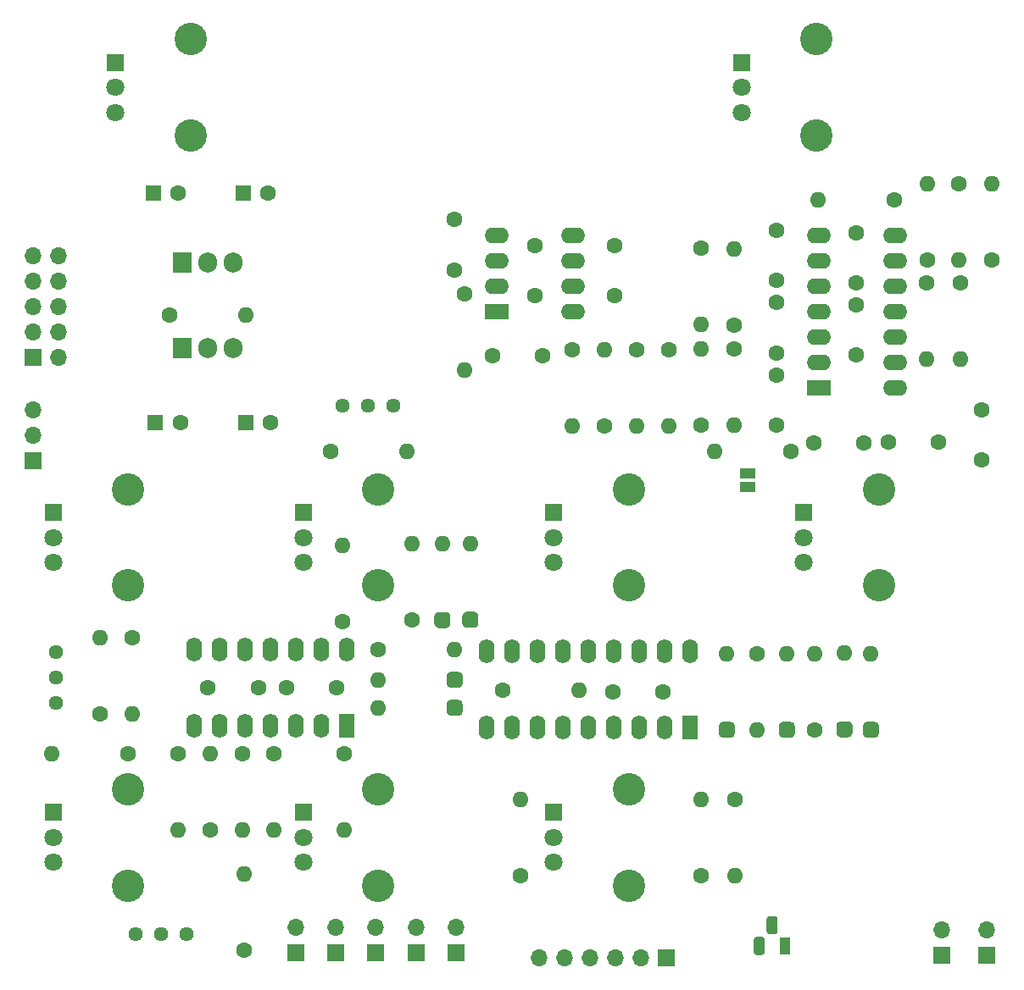
<source format=gbr>
%TF.GenerationSoftware,KiCad,Pcbnew,(5.1.9)-1*%
%TF.CreationDate,2021-06-30T11:22:11+01:00*%
%TF.ProjectId,VCDO,5643444f-2e6b-4696-9361-645f70636258,rev?*%
%TF.SameCoordinates,Original*%
%TF.FileFunction,Soldermask,Top*%
%TF.FilePolarity,Negative*%
%FSLAX46Y46*%
G04 Gerber Fmt 4.6, Leading zero omitted, Abs format (unit mm)*
G04 Created by KiCad (PCBNEW (5.1.9)-1) date 2021-06-30 11:22:11*
%MOMM*%
%LPD*%
G01*
G04 APERTURE LIST*
%ADD10C,1.600000*%
%ADD11R,1.600000X1.600000*%
%ADD12C,3.240000*%
%ADD13C,1.800000*%
%ADD14R,1.800000X1.800000*%
%ADD15O,1.600000X2.400000*%
%ADD16R,1.600000X2.400000*%
%ADD17O,1.905000X2.000000*%
%ADD18R,1.905000X2.000000*%
%ADD19O,2.400000X1.600000*%
%ADD20R,2.400000X1.600000*%
%ADD21C,1.440000*%
%ADD22O,1.600000X1.600000*%
%ADD23R,1.100000X1.800000*%
%ADD24R,1.500000X1.000000*%
%ADD25O,1.700000X1.700000*%
%ADD26R,1.700000X1.700000*%
G04 APERTURE END LIST*
D10*
%TO.C,C19*%
X39000000Y-50500000D03*
D11*
X36500000Y-50500000D03*
%TD*%
D10*
%TO.C,C17*%
X30000000Y-50500000D03*
D11*
X27500000Y-50500000D03*
%TD*%
D10*
%TO.C,C16*%
X39250000Y-73500000D03*
D11*
X36750000Y-73500000D03*
%TD*%
D10*
%TO.C,C15*%
X30250000Y-73500000D03*
D11*
X27750000Y-73500000D03*
%TD*%
D10*
%TO.C,C18*%
X73400000Y-100400000D03*
X78400000Y-100400000D03*
%TD*%
%TO.C,C14*%
X66400000Y-66800000D03*
X61400000Y-66800000D03*
%TD*%
%TO.C,C13*%
X89750000Y-59250000D03*
X89750000Y-54250000D03*
%TD*%
%TO.C,C12*%
X57600000Y-53200000D03*
X57600000Y-58200000D03*
%TD*%
%TO.C,C11*%
X89750000Y-66500000D03*
X89750000Y-61500000D03*
%TD*%
%TO.C,C10*%
X100918000Y-75438000D03*
X105918000Y-75438000D03*
%TD*%
%TO.C,C9*%
X89750000Y-73750000D03*
X89750000Y-68750000D03*
%TD*%
%TO.C,C8*%
X110236000Y-72216000D03*
X110236000Y-77216000D03*
%TD*%
%TO.C,C7*%
X98500000Y-75500000D03*
X93500000Y-75500000D03*
%TD*%
%TO.C,C6*%
X65600000Y-60800000D03*
X65600000Y-55800000D03*
%TD*%
%TO.C,C5*%
X73600000Y-60800000D03*
X73600000Y-55800000D03*
%TD*%
%TO.C,C4*%
X97750000Y-66750000D03*
X97750000Y-61750000D03*
%TD*%
%TO.C,C3*%
X97750000Y-59500000D03*
X97750000Y-54500000D03*
%TD*%
%TO.C,C2*%
X38000000Y-100000000D03*
X33000000Y-100000000D03*
%TD*%
%TO.C,C1*%
X45800000Y-100000000D03*
X40800000Y-100000000D03*
%TD*%
D12*
%TO.C,RV11*%
X31257000Y-35160000D03*
X31257000Y-44760000D03*
D13*
X23757000Y-42460000D03*
X23757000Y-39960000D03*
D14*
X23757000Y-37460000D03*
%TD*%
D12*
%TO.C,RV12*%
X75007000Y-80160000D03*
X75007000Y-89760000D03*
D13*
X67507000Y-87460000D03*
X67507000Y-84960000D03*
D14*
X67507000Y-82460000D03*
%TD*%
D12*
%TO.C,RV10*%
X100007000Y-80160000D03*
X100007000Y-89760000D03*
D13*
X92507000Y-87460000D03*
X92507000Y-84960000D03*
D14*
X92507000Y-82460000D03*
%TD*%
D12*
%TO.C,RV9*%
X50007000Y-80160000D03*
X50007000Y-89760000D03*
D13*
X42507000Y-87460000D03*
X42507000Y-84960000D03*
D14*
X42507000Y-82460000D03*
%TD*%
D12*
%TO.C,RV8*%
X93757000Y-35160000D03*
X93757000Y-44760000D03*
D13*
X86257000Y-42460000D03*
X86257000Y-39960000D03*
D14*
X86257000Y-37460000D03*
%TD*%
D12*
%TO.C,RV7*%
X25007000Y-80160000D03*
X25007000Y-89760000D03*
D13*
X17507000Y-87460000D03*
X17507000Y-84960000D03*
D14*
X17507000Y-82460000D03*
%TD*%
D12*
%TO.C,RV3*%
X75007000Y-110160000D03*
X75007000Y-119760000D03*
D13*
X67507000Y-117460000D03*
X67507000Y-114960000D03*
D14*
X67507000Y-112460000D03*
%TD*%
D12*
%TO.C,RV2*%
X50007000Y-110160000D03*
X50007000Y-119760000D03*
D13*
X42507000Y-117460000D03*
X42507000Y-114960000D03*
D14*
X42507000Y-112460000D03*
%TD*%
D12*
%TO.C,RV1*%
X25007000Y-110160000D03*
X25007000Y-119760000D03*
D13*
X17507000Y-117460000D03*
X17507000Y-114960000D03*
D14*
X17507000Y-112460000D03*
%TD*%
D15*
%TO.C,U6*%
X81120000Y-96380000D03*
X60800000Y-104000000D03*
X78580000Y-96380000D03*
X63340000Y-104000000D03*
X76040000Y-96380000D03*
X65880000Y-104000000D03*
X73500000Y-96380000D03*
X68420000Y-104000000D03*
X70960000Y-96380000D03*
X70960000Y-104000000D03*
X68420000Y-96380000D03*
X73500000Y-104000000D03*
X65880000Y-96380000D03*
X76040000Y-104000000D03*
X63340000Y-96380000D03*
X78580000Y-104000000D03*
X60800000Y-96380000D03*
D16*
X81120000Y-104000000D03*
%TD*%
D17*
%TO.C,U5*%
X35540000Y-57500000D03*
X33000000Y-57500000D03*
D18*
X30460000Y-57500000D03*
%TD*%
D17*
%TO.C,U4*%
X35540000Y-66000000D03*
X33000000Y-66000000D03*
D18*
X30460000Y-66000000D03*
%TD*%
D19*
%TO.C,U3*%
X69420000Y-62400000D03*
X61800000Y-54780000D03*
X69420000Y-59860000D03*
X61800000Y-57320000D03*
X69420000Y-57320000D03*
X61800000Y-59860000D03*
X69420000Y-54780000D03*
D20*
X61800000Y-62400000D03*
%TD*%
D19*
%TO.C,U2*%
X101620000Y-70000000D03*
X94000000Y-54760000D03*
X101620000Y-67460000D03*
X94000000Y-57300000D03*
X101620000Y-64920000D03*
X94000000Y-59840000D03*
X101620000Y-62380000D03*
X94000000Y-62380000D03*
X101620000Y-59840000D03*
X94000000Y-64920000D03*
X101620000Y-57300000D03*
X94000000Y-67460000D03*
X101620000Y-54760000D03*
D20*
X94000000Y-70000000D03*
%TD*%
D15*
%TO.C,U1*%
X46820000Y-96180000D03*
X31580000Y-103800000D03*
X44280000Y-96180000D03*
X34120000Y-103800000D03*
X41740000Y-96180000D03*
X36660000Y-103800000D03*
X39200000Y-96180000D03*
X39200000Y-103800000D03*
X36660000Y-96180000D03*
X41740000Y-103800000D03*
X34120000Y-96180000D03*
X44280000Y-103800000D03*
X31580000Y-96180000D03*
D16*
X46820000Y-103800000D03*
%TD*%
D21*
%TO.C,RV6*%
X17800000Y-96400000D03*
X17800000Y-98940000D03*
X17800000Y-101480000D03*
%TD*%
%TO.C,RV5*%
X25800000Y-124600000D03*
X28340000Y-124600000D03*
X30880000Y-124600000D03*
%TD*%
%TO.C,RV4*%
X46400000Y-71800000D03*
X48940000Y-71800000D03*
X51480000Y-71800000D03*
%TD*%
D22*
%TO.C,R36*%
X70000000Y-100200000D03*
D10*
X62380000Y-100200000D03*
%TD*%
D22*
%TO.C,R35*%
X83580000Y-76400000D03*
D10*
X91200000Y-76400000D03*
%TD*%
D22*
%TO.C,R34*%
X111250000Y-49630000D03*
D10*
X111250000Y-57250000D03*
%TD*%
D22*
%TO.C,R33*%
X36750000Y-62750000D03*
D10*
X29130000Y-62750000D03*
%TD*%
D22*
%TO.C,R32*%
X79000000Y-73820000D03*
D10*
X79000000Y-66200000D03*
%TD*%
D22*
%TO.C,R31*%
X108000000Y-57250000D03*
D10*
X108000000Y-49630000D03*
%TD*%
D22*
%TO.C,R30*%
X75800000Y-73820000D03*
D10*
X75800000Y-66200000D03*
%TD*%
D22*
%TO.C,R29*%
X69400000Y-73820000D03*
D10*
X69400000Y-66200000D03*
%TD*%
D22*
%TO.C,R28*%
X104800000Y-49630000D03*
D10*
X104800000Y-57250000D03*
%TD*%
D22*
%TO.C,R27*%
X93880000Y-51250000D03*
D10*
X101500000Y-51250000D03*
%TD*%
D22*
%TO.C,R26*%
X58600000Y-68200000D03*
D10*
X58600000Y-60580000D03*
%TD*%
D22*
%TO.C,R25*%
X85500000Y-56130000D03*
D10*
X85500000Y-63750000D03*
%TD*%
D22*
%TO.C,R24*%
X72600000Y-66180000D03*
D10*
X72600000Y-73800000D03*
%TD*%
D22*
%TO.C,R23*%
X82250000Y-63620000D03*
D10*
X82250000Y-56000000D03*
%TD*%
D22*
%TO.C,R22*%
X108168000Y-67114000D03*
D10*
X108168000Y-59494000D03*
%TD*%
D22*
%TO.C,R21*%
X82250000Y-66130000D03*
D10*
X82250000Y-73750000D03*
%TD*%
D22*
%TO.C,R20*%
X85600000Y-118800000D03*
D10*
X85600000Y-111180000D03*
%TD*%
D22*
%TO.C,R19*%
X104768000Y-67094000D03*
D10*
X104768000Y-59474000D03*
%TD*%
D22*
%TO.C,R18*%
X85500000Y-73750000D03*
D10*
X85500000Y-66130000D03*
%TD*%
D22*
%TO.C,R17*%
X82200000Y-111200000D03*
D10*
X82200000Y-118820000D03*
%TD*%
D22*
%TO.C,R16*%
X93600000Y-96580000D03*
D10*
X93600000Y-104200000D03*
%TD*%
D22*
%TO.C,R15*%
X87800000Y-104220000D03*
D10*
X87800000Y-96600000D03*
%TD*%
D22*
%TO.C,R14*%
X57620000Y-96200000D03*
D10*
X50000000Y-96200000D03*
%TD*%
D22*
%TO.C,R13*%
X53400000Y-85580000D03*
D10*
X53400000Y-93200000D03*
%TD*%
D22*
%TO.C,R12*%
X30000000Y-114200000D03*
D10*
X30000000Y-106580000D03*
%TD*%
D22*
%TO.C,R11*%
X46600000Y-114220000D03*
D10*
X46600000Y-106600000D03*
%TD*%
D22*
%TO.C,R10*%
X46400000Y-85780000D03*
D10*
X46400000Y-93400000D03*
%TD*%
D22*
%TO.C,R9*%
X25400000Y-102600000D03*
D10*
X25400000Y-94980000D03*
%TD*%
D22*
%TO.C,R8*%
X22200000Y-94980000D03*
D10*
X22200000Y-102600000D03*
%TD*%
D22*
%TO.C,R7*%
X33200000Y-106580000D03*
D10*
X33200000Y-114200000D03*
%TD*%
D22*
%TO.C,R6*%
X36400000Y-114200000D03*
D10*
X36400000Y-106580000D03*
%TD*%
D22*
%TO.C,R5*%
X52820000Y-76400000D03*
D10*
X45200000Y-76400000D03*
%TD*%
D22*
%TO.C,R4*%
X64200000Y-111180000D03*
D10*
X64200000Y-118800000D03*
%TD*%
D22*
%TO.C,R3*%
X39600000Y-114200000D03*
D10*
X39600000Y-106580000D03*
%TD*%
D22*
%TO.C,R2*%
X17400000Y-106600000D03*
D10*
X25020000Y-106600000D03*
%TD*%
D22*
%TO.C,R1*%
X36600000Y-118580000D03*
D10*
X36600000Y-126200000D03*
%TD*%
D23*
%TO.C,Q1*%
X90600000Y-125800000D03*
G36*
G01*
X88610000Y-125175000D02*
X88610000Y-126425000D01*
G75*
G02*
X88335000Y-126700000I-275000J0D01*
G01*
X87785000Y-126700000D01*
G75*
G02*
X87510000Y-126425000I0J275000D01*
G01*
X87510000Y-125175000D01*
G75*
G02*
X87785000Y-124900000I275000J0D01*
G01*
X88335000Y-124900000D01*
G75*
G02*
X88610000Y-125175000I0J-275000D01*
G01*
G37*
G36*
G01*
X89880000Y-123105000D02*
X89880000Y-124355000D01*
G75*
G02*
X89605000Y-124630000I-275000J0D01*
G01*
X89055000Y-124630000D01*
G75*
G02*
X88780000Y-124355000I0J275000D01*
G01*
X88780000Y-123105000D01*
G75*
G02*
X89055000Y-122830000I275000J0D01*
G01*
X89605000Y-122830000D01*
G75*
G02*
X89880000Y-123105000I0J-275000D01*
G01*
G37*
%TD*%
D24*
%TO.C,JP1*%
X86868000Y-78598000D03*
X86868000Y-79898000D03*
%TD*%
D25*
%TO.C,J10*%
X66100000Y-127000000D03*
X68640000Y-127000000D03*
X71180000Y-127000000D03*
X73720000Y-127000000D03*
X76260000Y-127000000D03*
D26*
X78800000Y-127000000D03*
%TD*%
D25*
%TO.C,MAIN OUT*%
X110750000Y-124210000D03*
D26*
X110750000Y-126750000D03*
%TD*%
D25*
%TO.C,STRIPE*%
X18040000Y-56840000D03*
X15500000Y-56840000D03*
X18040000Y-59380000D03*
X15500000Y-59380000D03*
X18040000Y-61920000D03*
X15500000Y-61920000D03*
X18040000Y-64460000D03*
X15500000Y-64460000D03*
X18040000Y-67000000D03*
D26*
X15500000Y-67000000D03*
%TD*%
D25*
%TO.C,+12*%
X15500000Y-72170000D03*
X15500000Y-74710000D03*
D26*
X15500000Y-77250000D03*
%TD*%
D25*
%TO.C,SUB OUT*%
X106250000Y-124210000D03*
D26*
X106250000Y-126750000D03*
%TD*%
D25*
%TO.C,GLIDE SW*%
X57750000Y-123960000D03*
D26*
X57750000Y-126500000D03*
%TD*%
D25*
%TO.C,SUB CV*%
X53750000Y-123960000D03*
D26*
X53750000Y-126500000D03*
%TD*%
D25*
%TO.C,WAVE IN*%
X49750000Y-123960000D03*
D26*
X49750000Y-126500000D03*
%TD*%
D25*
%TO.C,FM IN*%
X45750000Y-123960000D03*
D26*
X45750000Y-126500000D03*
%TD*%
D25*
%TO.C,1v/oct*%
X41750000Y-123960000D03*
D26*
X41750000Y-126500000D03*
%TD*%
D22*
%TO.C,D8*%
X96550000Y-96530000D03*
G36*
G01*
X96950000Y-104950000D02*
X96150000Y-104950000D01*
G75*
G02*
X95750000Y-104550000I0J400000D01*
G01*
X95750000Y-103750000D01*
G75*
G02*
X96150000Y-103350000I400000J0D01*
G01*
X96950000Y-103350000D01*
G75*
G02*
X97350000Y-103750000I0J-400000D01*
G01*
X97350000Y-104550000D01*
G75*
G02*
X96950000Y-104950000I-400000J0D01*
G01*
G37*
%TD*%
%TO.C,D7*%
X99200000Y-96580000D03*
G36*
G01*
X99600000Y-105000000D02*
X98800000Y-105000000D01*
G75*
G02*
X98400000Y-104600000I0J400000D01*
G01*
X98400000Y-103800000D01*
G75*
G02*
X98800000Y-103400000I400000J0D01*
G01*
X99600000Y-103400000D01*
G75*
G02*
X100000000Y-103800000I0J-400000D01*
G01*
X100000000Y-104600000D01*
G75*
G02*
X99600000Y-105000000I-400000J0D01*
G01*
G37*
%TD*%
%TO.C,D6*%
X90800000Y-96580000D03*
G36*
G01*
X91200000Y-105000000D02*
X90400000Y-105000000D01*
G75*
G02*
X90000000Y-104600000I0J400000D01*
G01*
X90000000Y-103800000D01*
G75*
G02*
X90400000Y-103400000I400000J0D01*
G01*
X91200000Y-103400000D01*
G75*
G02*
X91600000Y-103800000I0J-400000D01*
G01*
X91600000Y-104600000D01*
G75*
G02*
X91200000Y-105000000I-400000J0D01*
G01*
G37*
%TD*%
%TO.C,D5*%
X84800000Y-96580000D03*
G36*
G01*
X85200000Y-105000000D02*
X84400000Y-105000000D01*
G75*
G02*
X84000000Y-104600000I0J400000D01*
G01*
X84000000Y-103800000D01*
G75*
G02*
X84400000Y-103400000I400000J0D01*
G01*
X85200000Y-103400000D01*
G75*
G02*
X85600000Y-103800000I0J-400000D01*
G01*
X85600000Y-104600000D01*
G75*
G02*
X85200000Y-105000000I-400000J0D01*
G01*
G37*
%TD*%
%TO.C,D4*%
X50000000Y-102000000D03*
G36*
G01*
X58420000Y-101600000D02*
X58420000Y-102400000D01*
G75*
G02*
X58020000Y-102800000I-400000J0D01*
G01*
X57220000Y-102800000D01*
G75*
G02*
X56820000Y-102400000I0J400000D01*
G01*
X56820000Y-101600000D01*
G75*
G02*
X57220000Y-101200000I400000J0D01*
G01*
X58020000Y-101200000D01*
G75*
G02*
X58420000Y-101600000I0J-400000D01*
G01*
G37*
%TD*%
%TO.C,D3*%
X50000000Y-99200000D03*
G36*
G01*
X58420000Y-98800000D02*
X58420000Y-99600000D01*
G75*
G02*
X58020000Y-100000000I-400000J0D01*
G01*
X57220000Y-100000000D01*
G75*
G02*
X56820000Y-99600000I0J400000D01*
G01*
X56820000Y-98800000D01*
G75*
G02*
X57220000Y-98400000I400000J0D01*
G01*
X58020000Y-98400000D01*
G75*
G02*
X58420000Y-98800000I0J-400000D01*
G01*
G37*
%TD*%
%TO.C,D2*%
X59200000Y-85580000D03*
G36*
G01*
X59600000Y-94000000D02*
X58800000Y-94000000D01*
G75*
G02*
X58400000Y-93600000I0J400000D01*
G01*
X58400000Y-92800000D01*
G75*
G02*
X58800000Y-92400000I400000J0D01*
G01*
X59600000Y-92400000D01*
G75*
G02*
X60000000Y-92800000I0J-400000D01*
G01*
X60000000Y-93600000D01*
G75*
G02*
X59600000Y-94000000I-400000J0D01*
G01*
G37*
%TD*%
%TO.C,D1*%
X56400000Y-85600000D03*
G36*
G01*
X56800000Y-94020000D02*
X56000000Y-94020000D01*
G75*
G02*
X55600000Y-93620000I0J400000D01*
G01*
X55600000Y-92820000D01*
G75*
G02*
X56000000Y-92420000I400000J0D01*
G01*
X56800000Y-92420000D01*
G75*
G02*
X57200000Y-92820000I0J-400000D01*
G01*
X57200000Y-93620000D01*
G75*
G02*
X56800000Y-94020000I-400000J0D01*
G01*
G37*
%TD*%
M02*

</source>
